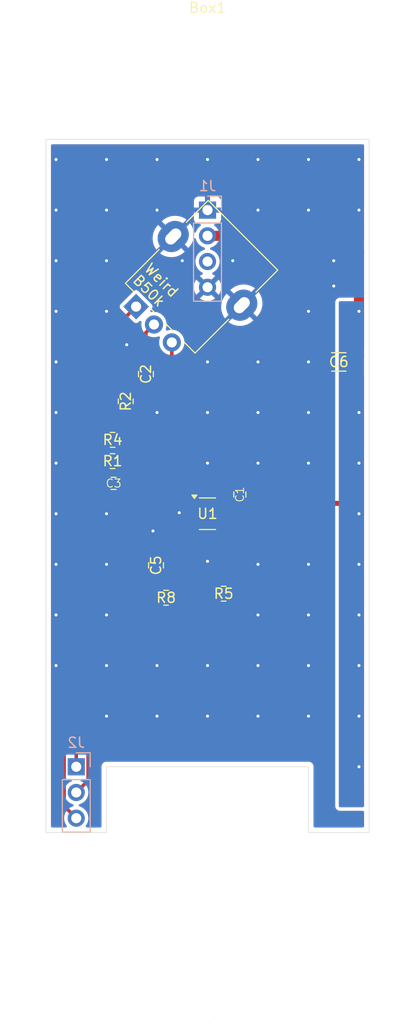
<source format=kicad_pcb>
(kicad_pcb (version 20241229) (generator "pcbnew") (generator_version "9.0")
  (layers (0 "F.Cu" jumper) (2 "B.Cu" signal) (13 "F.Paste" user) (15 "B.Paste" user) (5 "F.SilkS" user "F.Silkscreen") (7 "B.SilkS" user "B.Silkscreen") (1 "F.Mask" user) (3 "B.Mask" user) (25 "Edge.Cuts" user))
  (net 0 "")
  (net 1 "GND")
  (net 2 "Net-(U1-+)")
  (net 3 "Net-(U1--)")
  (net 4 "+V")
  (net 5 "GNDREF")
  (net 6 "IN")
  (net 7 "OUT")
  (net 8 "Net-(C3-Pad1)")
  (net 9 "Net-(R1-Pad2)")
  (net 10 "Net-(R2-Pad1)")
  (net 11 "Net-(C2-Pad1)")
  (footprint "Resistor_SMD:R_0805_2012Metric_Pad1.20x1.40mm_HandSolder" (layer "F.Cu") (at 95.9 108.3 180)
    (property "Reference" "R8" (at 0 0 0) (layer "F.SilkS"))
    (property "Value" "10k")
    (fp_line (start -0.227064 0.735) (end 0.227064 0.735) (stroke (width 0.12)) (layer "F.SilkS"))
    (fp_line (start -0.227064 -0.735) (end 0.227064 -0.735) (stroke (width 0.12)) (layer "F.SilkS"))
    (pad "1" smd roundrect (at -1 0 180) (size 1.2 1.4) (layers "F.Cu" "F.Mask" "F.Paste") (roundrect_rratio 0.208333) (net 3 "Net-(U1--)"))
    (pad "2" smd roundrect (at 1 0 180) (size 1.2 1.4) (layers "F.Cu" "F.Mask" "F.Paste") (roundrect_rratio 0.208333) (net 5 "GNDREF"))
  )
  (footprint "Mylib:1590A" (layer "F.Cu") (at 100 100)
    (property "Reference" "Box1" (at 0 -50 0) (layer "F.SilkS") (effects (font (thickness 0.1))))
    (property "Value" "1590A")
    (fp_line (start 0.05 50.375) (end 0.05 50.375) (stroke (width 0.1)) (layer "F.SilkS"))
  )
  (footprint "Mylib:Potentiometer_9mm_MP" (layer "F.Cu") (at 100 76 -45)
    (property "Reference" "RV1" (hide yes))
    (property "Value" "B50k  Weird")
    (fp_line (start -4.88 6.62) (end -4.88 1.9) (stroke (width 0.12)) (layer "F.SilkS"))
    (fp_line (start -3.689999 6.62) (end -4.87 6.62) (stroke (width 0.12)) (layer "F.SilkS"))
    (fp_line (start -0.79 6.619999) (end -1.319999 6.619999) (stroke (width 0.12)) (layer "F.SilkS"))
    (fp_line (start 1.66 6.620001) (end 0.830001 6.620001) (stroke (width 0.12)) (layer "F.SilkS"))
    (fp_line (start -4.869999 -1.909999) (end -4.869999 -4.97) (stroke (width 0.12)) (layer "F.SilkS"))
    (fp_line (start 4.870001 6.620001) (end 3.38 6.62) (stroke (width 0.12)) (layer "F.SilkS"))
    (fp_line (start 4.870001 6.620001) (end 4.870001 1.900001) (stroke (width 0.12)) (layer "F.SilkS"))
    (fp_line (start 4.87 -1.91) (end 4.869999 -4.97) (stroke (width 0.12)) (layer "F.SilkS"))
    (fp_line (start 4.869999 -4.97) (end -4.869999 -4.97) (stroke (width 0.12)) (layer "F.SilkS"))
    (pad "1" thru_hole rect (at -2.499999 7.499999 315) (size 1.8 1.8) (drill 1) (layers "*.Cu" "*.Mask") (net 9 "Net-(R1-Pad2)"))
    (pad "2" thru_hole circle (at 0 7.5 315) (size 1.8 1.8) (drill 1) (layers "*.Cu" "*.Mask") (net 11 "Net-(C2-Pad1)"))
    (pad "3" thru_hole circle (at 2.5 7.499999 315) (size 1.8 1.8) (drill 1) (layers "*.Cu" "*.Mask") (net 10 "Net-(R2-Pad1)"))
    (pad "MP" thru_hole oval (at -4.800001 0 315) (size 2.72 3.24) (drill oval 1.1 1.8) (layers "*.Cu" "*.Mask") (net 1 "GND"))
    (pad "MP" thru_hole oval (at 4.800001 0 315) (size 2.72 3.24) (drill oval 1.1 1.8) (layers "*.Cu" "*.Mask") (net 1 "GND"))
  )
  (footprint "Mylib:C_0704_1810Metric" (layer "F.Cu") (at 103.2 98.1 90)
    (property "Reference" "C1" (at 0 0 90) (layer "F.SilkS") (effects (font (size 0.8 0.8) (thickness 0.1))))
    (property "Value" "0.1uF")
    (fp_line (start -0.25 -0.6) (end 0.25 -0.6) (stroke (width 0.12)) (layer "F.SilkS"))
    (fp_line (start -0.25 0.6) (end 0.25 0.6) (stroke (width 0.12)) (layer "F.SilkS"))
    (pad "1" smd roundrect (at -0.875 0 90) (size 0.9 1.25) (layers "F.Cu" "F.Mask" "F.Paste") (roundrect_rratio 0.2) (net 4 "+V"))
    (pad "2" smd roundrect (at 0.875 0 90) (size 0.9 1.25) (layers "F.Cu" "F.Mask" "F.Paste") (roundrect_rratio 0.2) (net 1 "GND"))
  )
  (footprint "Mylib:C_0704_1810Metric" (layer "F.Cu") (at 90.7 97)
    (property "Reference" "C3" (at 0 0 0) (layer "F.SilkS") (effects (font (size 0.8 0.8) (thickness 0.1))))
    (property "Value" "0.1uF")
    (fp_line (start -0.25 -0.6) (end 0.25 -0.6) (stroke (width 0.12)) (layer "F.SilkS"))
    (fp_line (start -0.25 0.6) (end 0.25 0.6) (stroke (width 0.12)) (layer "F.SilkS"))
    (pad "1" smd roundrect (at -0.875 0) (size 0.9 1.25) (layers "F.Cu" "F.Mask" "F.Paste") (roundrect_rratio 0.2) (net 8 "Net-(C3-Pad1)"))
    (pad "2" smd roundrect (at 0.875 0) (size 0.9 1.25) (layers "F.Cu" "F.Mask" "F.Paste") (roundrect_rratio 0.2) (net 6 "IN"))
  )
  (footprint "Resistor_SMD:R_0805_2012Metric_Pad1.20x1.40mm_HandSolder" (layer "F.Cu") (at 90.6 94.8)
    (property "Reference" "R1" (at 0 0 0) (layer "F.SilkS"))
    (property "Value" "56k")
    (fp_line (start -0.227064 -0.735) (end 0.227064 -0.735) (stroke (width 0.12)) (layer "F.SilkS"))
    (fp_line (start -0.227064 0.735) (end 0.227064 0.735) (stroke (width 0.12)) (layer "F.SilkS"))
    (pad "1" smd roundrect (at -1 0) (size 1.2 1.4) (layers "F.Cu" "F.Mask" "F.Paste") (roundrect_rratio 0.208333) (net 8 "Net-(C3-Pad1)"))
    (pad "2" smd roundrect (at 1 0) (size 1.2 1.4) (layers "F.Cu" "F.Mask" "F.Paste") (roundrect_rratio 0.208333) (net 9 "Net-(R1-Pad2)"))
  )
  (footprint "Resistor_SMD:R_0805_2012Metric_Pad1.20x1.40mm_HandSolder" (layer "F.Cu") (at 90.6 92.7 180)
    (property "Reference" "R4" (at 0 0 0) (layer "F.SilkS"))
    (property "Value" "470k")
    (fp_line (start -0.227064 0.735) (end 0.227064 0.735) (stroke (width 0.12)) (layer "F.SilkS"))
    (fp_line (start -0.227064 -0.735) (end 0.227064 -0.735) (stroke (width 0.12)) (layer "F.SilkS"))
    (pad "1" smd roundrect (at -1 0 180) (size 1.2 1.4) (layers "F.Cu" "F.Mask" "F.Paste") (roundrect_rratio 0.208333) (net 5 "GNDREF"))
    (pad "2" smd roundrect (at 1 0 180) (size 1.2 1.4) (layers "F.Cu" "F.Mask" "F.Paste") (roundrect_rratio 0.208333) (net 8 "Net-(C3-Pad1)"))
  )
  (footprint "Resistor_SMD:R_0805_2012Metric_Pad1.20x1.40mm_HandSolder" (layer "F.Cu") (at 101.6 107.9 180)
    (property "Reference" "R5" (at 0 0 0) (layer "F.SilkS"))
    (property "Value" "10k")
    (fp_line (start -0.227064 0.735) (end 0.227064 0.735) (stroke (width 0.12)) (layer "F.SilkS"))
    (fp_line (start -0.227064 -0.735) (end 0.227064 -0.735) (stroke (width 0.12)) (layer "F.SilkS"))
    (pad "1" smd roundrect (at -1 0 180) (size 1.2 1.4) (layers "F.Cu" "F.Mask" "F.Paste") (roundrect_rratio 0.208333) (net 7 "OUT"))
    (pad "2" smd roundrect (at 1 0 180) (size 1.2 1.4) (layers "F.Cu" "F.Mask" "F.Paste") (roundrect_rratio 0.208333) (net 3 "Net-(U1--)"))
  )
  (footprint "Resistor_SMD:R_0805_2012Metric_Pad1.20x1.40mm_HandSolder" (layer "F.Cu") (at 91.9 88.9 -90)
    (property "Reference" "R2" (at 0 0 90) (layer "F.SilkS"))
    (property "Value" "4.7k")
    (fp_line (start -0.227064 0.735) (end 0.227064 0.735) (stroke (width 0.12)) (layer "F.SilkS"))
    (fp_line (start -0.227064 -0.735) (end 0.227064 -0.735) (stroke (width 0.12)) (layer "F.SilkS"))
    (pad "1" smd roundrect (at -1 0 270) (size 1.2 1.4) (layers "F.Cu" "F.Mask" "F.Paste") (roundrect_rratio 0.208333) (net 10 "Net-(R2-Pad1)"))
    (pad "2" smd roundrect (at 1 0 270) (size 1.2 1.4) (layers "F.Cu" "F.Mask" "F.Paste") (roundrect_rratio 0.208333) (net 2 "Net-(U1-+)"))
  )
  (footprint "Capacitor_SMD:C_1206_3216Metric_Pad1.33x1.80mm_HandSolder" (layer "F.Cu") (at 113 85 180)
    (property "Reference" "C6" (at 0 0 0) (layer "F.SilkS"))
    (property "Value" "22uF")
    (fp_line (start -0.711252 0.91) (end 0.711252 0.91) (stroke (width 0.12)) (layer "F.SilkS"))
    (fp_line (start -0.711252 -0.91) (end 0.711252 -0.91) (stroke (width 0.12)) (layer "F.SilkS"))
    (pad "1" smd roundrect (at -1.5625 0 180) (size 1.325 1.8) (layers "F.Cu" "F.Mask" "F.Paste") (roundrect_rratio 0.188679) (net 4 "+V"))
    (pad "2" smd roundrect (at 1.5625 0 180) (size 1.325 1.8) (layers "F.Cu" "F.Mask" "F.Paste") (roundrect_rratio 0.188679) (net 1 "GND"))
  )
  (footprint "Package_TO_SOT_SMD:SOT-23-5" (layer "F.Cu") (at 100 100)
    (property "Reference" "U1" (at 0 0 0) (layer "F.SilkS"))
    (property "Value" "OPA1655")
    (fp_line (start 0 -1.56) (end -0.8 -1.56) (stroke (width 0.12)) (layer "F.SilkS"))
    (fp_line (start 0 -1.56) (end 0.8 -1.56) (stroke (width 0.12)) (layer "F.SilkS"))
    (fp_line (start 0 1.56) (end -0.8 1.56) (stroke (width 0.12)) (layer "F.SilkS"))
    (fp_line (start 0 1.56) (end 0.8 1.56) (stroke (width 0.12)) (layer "F.SilkS"))
    (fp_poly (pts (xy -1.3 -1.51) (xy -1.54 -1.84) (xy -1.06 -1.84)) (stroke (width 0.12)) (fill yes) (layer "F.SilkS"))
    (pad "1" smd roundrect (at -1.1375 -0.95) (size 1.325 0.6) (layers "F.Cu" "F.Mask" "F.Paste") (net 7 "OUT"))
    (pad "2" smd roundrect (at -1.1375 0) (size 1.325 0.6) (layers "F.Cu" "F.Mask" "F.Paste") (net 1 "GND"))
    (pad "3" smd roundrect (at -1.1375 0.95) (size 1.325 0.6) (layers "F.Cu" "F.Mask" "F.Paste") (net 2 "Net-(U1-+)"))
    (pad "4" smd roundrect (at 1.1375 0.95) (size 1.325 0.6) (layers "F.Cu" "F.Mask" "F.Paste") (net 3 "Net-(U1--)"))
    (pad "5" smd roundrect (at 1.1375 -0.95) (size 1.325 0.6) (layers "F.Cu" "F.Mask" "F.Paste") (net 4 "+V"))
  )
  (footprint "Capacitor_SMD:C_0805_2012Metric_Pad1.18x1.45mm_HandSolder" (layer "F.Cu") (at 94.9 105.1 -90)
    (property "Reference" "C5" (at 0 0 90) (layer "F.SilkS"))
    (property "Value" "4.7nF")
    (fp_line (start -0.261252 0.735) (end 0.261252 0.735) (stroke (width 0.12)) (layer "F.SilkS"))
    (fp_line (start -0.261252 -0.735) (end 0.261252 -0.735) (stroke (width 0.12)) (layer "F.SilkS"))
    (pad "1" smd roundrect (at -1.0375 0 270) (size 1.175 1.45) (layers "F.Cu" "F.Mask" "F.Paste") (roundrect_rratio 0.212766) (net 2 "Net-(U1-+)"))
    (pad "2" smd roundrect (at 1.0375 0 270) (size 1.175 1.45) (layers "F.Cu" "F.Mask" "F.Paste") (roundrect_rratio 0.212766) (net 5 "GNDREF"))
  )
  (footprint "Capacitor_SMD:C_0805_2012Metric_Pad1.18x1.45mm_HandSolder" (layer "F.Cu") (at 93.9 86.2 -90)
    (property "Reference" "C2" (at 0 0 90) (layer "F.SilkS"))
    (property "Value" "4.7nF")
    (fp_line (start -0.261252 0.735) (end 0.261252 0.735) (stroke (width 0.12)) (layer "F.SilkS"))
    (fp_line (start -0.261252 -0.735) (end 0.261252 -0.735) (stroke (width 0.12)) (layer "F.SilkS"))
    (pad "1" smd roundrect (at -1.0375 0 270) (size 1.175 1.45) (layers "F.Cu" "F.Mask" "F.Paste") (roundrect_rratio 0.212766) (net 11 "Net-(C2-Pad1)"))
    (pad "2" smd roundrect (at 1.0375 0 270) (size 1.175 1.45) (layers "F.Cu" "F.Mask" "F.Paste") (roundrect_rratio 0.212766) (net 7 "OUT"))
  )
  (footprint "Connector_PinHeader_2.54mm:PinHeader_1x04_P2.54mm_Vertical" (layer "B.Cu") (at 100 70 180)
    (property "Reference" "J1" (at 0 2.38 0) (layer "B.SilkS") (effects (justify mirror)))
    (property "Value" "Conn_01x04_Pin")
    (fp_line (start 1.38 -1.27) (end 1.38 -9) (stroke (width 0.12)) (layer "B.SilkS"))
    (fp_line (start -1.38 1.38) (end 0 1.38) (stroke (width 0.12)) (layer "B.SilkS"))
    (fp_line (start -1.38 0) (end -1.38 1.38) (stroke (width 0.12)) (layer "B.SilkS"))
    (fp_line (start -1.38 -1.27) (end 1.38 -1.27) (stroke (width 0.12)) (layer "B.SilkS"))
    (fp_line (start -1.38 -1.27) (end -1.38 -9) (stroke (width 0.12)) (layer "B.SilkS"))
    (fp_line (start -1.38 -9) (end 1.38 -9) (stroke (width 0.12)) (layer "B.SilkS"))
    (pad "1" thru_hole rect (at 0 0 180) (size 1.7 1.7) (drill 1) (layers "*.Cu" "*.Mask") (net 1 "GND"))
    (pad "2" thru_hole circle (at 0 -2.54 180) (size 1.7 1.7) (drill 1) (layers "*.Cu" "*.Mask") (net 4 "+V"))
    (pad "3" thru_hole circle (at 0 -5.08 180) (size 1.7 1.7) (drill 1) (layers "*.Cu" "*.Mask"))
    (pad "4" thru_hole circle (at 0 -7.62 180) (size 1.7 1.7) (drill 1) (layers "*.Cu" "*.Mask") (net 1 "GND"))
  )
  (footprint "Connector_PinHeader_2.54mm:PinHeader_1x03_P2.54mm_Vertical" (layer "B.Cu") (at 87 125 180)
    (property "Reference" "J2" (at 0 2.38 0) (layer "B.SilkS") (effects (justify mirror)))
    (property "Value" "Conn_01x03_Pin")
    (fp_line (start 1.38 -1.27) (end 1.38 -6.46) (stroke (width 0.12)) (layer "B.SilkS"))
    (fp_line (start -1.38 1.38) (end 0 1.38) (stroke (width 0.12)) (layer "B.SilkS"))
    (fp_line (start -1.38 0) (end -1.38 1.38) (stroke (width 0.12)) (layer "B.SilkS"))
    (fp_line (start -1.38 -1.27) (end 1.38 -1.27) (stroke (width 0.12)) (layer "B.SilkS"))
    (fp_line (start -1.38 -1.27) (end -1.38 -6.46) (stroke (width 0.12)) (layer "B.SilkS"))
    (fp_line (start -1.38 -6.46) (end 1.38 -6.46) (stroke (width 0.12)) (layer "B.SilkS"))
    (pad "1" thru_hole rect (at 0 0 180) (size 1.7 1.7) (drill 1) (layers "*.Cu" "*.Mask") (net 5 "GNDREF"))
    (pad "2" thru_hole circle (at 0 -2.54 180) (size 1.7 1.7) (drill 1) (layers "*.Cu" "*.Mask") (net 7 "OUT"))
    (pad "3" thru_hole circle (at 0 -5.08 180) (size 1.7 1.7) (drill 1) (layers "*.Cu" "*.Mask") (net 6 "IN"))
  )
  (gr_line (start 116 131.5) (end 116 63) (stroke (width 0.05)) (layer "Edge.Cuts"))
  (gr_line (start 84 131.5) (end 90 131.5) (stroke (width 0.05)) (layer "Edge.Cuts"))
  (gr_line (start 116 63) (end 84 63) (stroke (width 0.05)) (layer "Edge.Cuts"))
  (gr_line (start 90 125) (end 110 125) (stroke (width 0.05)) (layer "Edge.Cuts"))
  (gr_line (start 110 131.5) (end 116 131.5) (stroke (width 0.05)) (layer "Edge.Cuts"))
  (gr_line (start 90 131.5) (end 90 125) (stroke (width 0.05)) (layer "Edge.Cuts"))
  (gr_line (start 84 63) (end 84 131.5) (stroke (width 0.05)) (layer "Edge.Cuts"))
  (gr_line (start 110 125) (end 110 131.5) (stroke (width 0.05)) (layer "Edge.Cuts"))
  (gr_text "Weird\nB50k" (at 92.4 77 315) (layer "F.SilkS") (effects (font (size 1 1)) (justify left bottom)))
  (segment (start 97.3 100) (end 97.2 99.9) (width 0.5) (layer "F.Cu") (net 1))
  (segment (start 100 100.493612) (end 100 104.7) (width 0.5) (layer "F.Cu") (net 1))
  (segment (start 98.8625 100) (end 99.506388 100) (width 0.5) (layer "F.Cu") (net 1))
  (segment (start 98.8625 100) (end 97.3 100) (width 0.5) (layer "F.Cu") (net 1))
  (segment (start 99.506388 100) (end 100 100.493612) (width 0.5) (layer "F.Cu") (net 1))
  (via (at 90 100) (size 0.6) (drill 0.3) (layers "F.Cu" "B.Cu") (net 1))
  (via (at 102.5 75) (size 0.6) (drill 0.3) (layers "F.Cu" "B.Cu") (net 1))
  (via (at 97.2 99.9) (size 0.6) (drill 0.3) (layers "F.Cu" "B.Cu") (net 1))
  (via (at 105 95) (size 0.6) (drill 0.3) (layers "F.Cu" "B.Cu") (net 1))
  (via (at 115 70) (size 0.6) (drill 0.3) (layers "F.Cu" "B.Cu") (net 1))
  (via (at 85 95) (size 0.6) (drill 0.3) (layers "F.Cu" "B.Cu") (net 1))
  (via (at 92 83.3) (size 0.6) (drill 0.3) (layers "F.Cu" "B.Cu") (net 1))
  (via (at 90 105) (size 0.6) (drill 0.3) (layers "F.Cu" "B.Cu") (net 1))
  (via (at 110 95) (size 0.6) (drill 0.3) (layers "F.Cu" "B.Cu") (net 1))
  (via (at 85 85) (size 0.6) (drill 0.3) (layers "F.Cu" "B.Cu") (net 1))
  (via (at 90 70) (size 0.6) (drill 0.3) (layers "F.Cu" "B.Cu") (net 1))
  (via (at 110 65) (size 0.6) (drill 0.3) (layers "F.Cu" "B.Cu") (net 1))
  (via (at 85 105) (size 0.6) (drill 0.3) (layers "F.Cu" "B.Cu") (net 1))
  (via (at 105 115) (size 0.6) (drill 0.3) (layers "F.Cu" "B.Cu") (net 1))
  (via (at 100 104.7) (size 0.6) (drill 0.3) (layers "F.Cu" "B.Cu") (net 1))
  (via (at 100 115) (size 0.6) (drill 0.3) (layers "F.Cu" "B.Cu") (net 1))
  (via (at 90 80) (size 0.6) (drill 0.3) (layers "F.Cu" "B.Cu") (net 1))
  (via (at 110 120) (size 0.6) (drill 0.3) (layers "F.Cu" "B.Cu") (net 1))
  (via (at 85 110) (size 0.6) (drill 0.3) (layers "F.Cu" "B.Cu") (net 1))
  (via (at 110 115) (size 0.6) (drill 0.3) (layers "F.Cu" "B.Cu") (net 1))
  (via (at 100 95) (size 0.6) (drill 0.3) (layers "F.Cu" "B.Cu") (net 1))
  (via (at 105 85) (size 0.6) (drill 0.3) (layers "F.Cu" "B.Cu") (net 1))
  (via (at 115 65) (size 0.6) (drill 0.3) (layers "F.Cu" "B.Cu") (net 1))
  (via (at 110 85) (size 0.6) (drill 0.3) (layers "F.Cu" "B.Cu") (net 1))
  (via (at 100 85) (size 0.6) (drill 0.3) (layers "F.Cu" "B.Cu") (net 1))
  (via (at 110 110) (size 0.6) (drill 0.3) (layers "F.Cu" "B.Cu") (net 1))
  (via (at 95 115) (size 0.6) (drill 0.3) (layers "F.Cu" "B.Cu") (net 1))
  (via (at 95 70) (size 0.6) (drill 0.3) (layers "F.Cu" "B.Cu") (net 1))
  (via (at 100 120) (size 0.6) (drill 0.3) (layers "F.Cu" "B.Cu") (net 1))
  (via (at 105 90) (size 0.6) (drill 0.3) (layers "F.Cu" "B.Cu") (net 1))
  (via (at 110 105) (size 0.6) (drill 0.3) (layers "F.Cu" "B.Cu") (net 1))
  (via (at 112.5 77.5) (size 0.6) (drill 0.3) (layers "F.Cu" "B.Cu") (net 1))
  (via (at 97.5 75) (size 0.6) (drill 0.3) (layers "F.Cu" "B.Cu") (net 1))
  (via (at 100 65) (size 0.6) (drill 0.3) (layers "F.Cu" "B.Cu") (net 1))
  (via (at 105 120) (size 0.6) (drill 0.3) (layers "F.Cu" "B.Cu") (net 1))
  (via (at 90 65) (size 0.6) (drill 0.3) (layers "F.Cu" "B.Cu") (net 1))
  (via (at 110 90) (size 0.6) (drill 0.3) (layers "F.Cu" "B.Cu") (net 1))
  (via (at 105 110) (size 0.6) (drill 0.3) (layers "F.Cu" "B.Cu") (net 1))
  (via (at 85 70) (size 0.6) (drill 0.3) (layers "F.Cu" "B.Cu") (net 1))
  (via (at 95 90) (size 0.6) (drill 0.3) (layers "F.Cu" "B.Cu") (net 1))
  (via (at 95 120) (size 0.6) (drill 0.3) (layers "F.Cu" "B.Cu") (net 1))
  (via (at 90 115) (size 0.6) (drill 0.3) (layers "F.Cu" "B.Cu") (net 1))
  (via (at 105 105) (size 0.6) (drill 0.3) (layers "F.Cu" "B.Cu") (net 1))
  (via (at 110 70) (size 0.6) (drill 0.3) (layers "F.Cu" "B.Cu") (net 1))
  (via (at 112.5 75) (size 0.6) (drill 0.3) (layers "F.Cu" "B.Cu") (net 1))
  (via (at 90 110) (size 0.6) (drill 0.3) (layers "F.Cu" "B.Cu") (net 1))
  (via (at 90 75) (size 0.6) (drill 0.3) (layers "F.Cu" "B.Cu") (net 1))
  (via (at 105 65) (size 0.6) (drill 0.3) (layers "F.Cu" "B.Cu") (net 1))
  (via (at 105 70) (size 0.6) (drill 0.3) (layers "F.Cu" "B.Cu") (net 1))
  (via (at 100 90) (size 0.6) (drill 0.3) (layers "F.Cu" "B.Cu") (net 1))
  (via (at 85 80) (size 0.6) (drill 0.3) (layers "F.Cu" "B.Cu") (net 1))
  (via (at 85 100) (size 0.6) (drill 0.3) (layers "F.Cu" "B.Cu") (net 1))
  (via (at 85 65) (size 0.6) (drill 0.3) (layers "F.Cu" "B.Cu") (net 1))
  (via (at 85 115) (size 0.6) (drill 0.3) (layers "F.Cu" "B.Cu") (net 1))
  (via (at 94.6 101.7) (size 0.6) (drill 0.3) (layers "F.Cu" "B.Cu") (net 1))
  (via (at 95 65) (size 0.6) (drill 0.3) (layers "F.Cu" "B.Cu") (net 1))
  (via (at 90 120) (size 0.6) (drill 0.3) (layers "F.Cu" "B.Cu") (net 1))
  (via (at 85 75) (size 0.6) (drill 0.3) (layers "F.Cu" "B.Cu") (net 1))
  (via (at 110 80) (size 0.6) (drill 0.3) (layers "F.Cu" "B.Cu") (net 1))
  (via (at 85 90) (size 0.6) (drill 0.3) (layers "F.Cu" "B.Cu") (net 1))
  (segment (start 93.027 91.027) (end 93.027 97.627) (width 0.35) (layer "F.Cu") (net 2))
  (segment (start 94.9 104.0625) (end 95.75 104.0625) (width 0.35) (layer "F.Cu") (net 2))
  (segment (start 93.027 97.627) (end 96.35 100.95) (width 0.35) (layer "F.Cu") (net 2))
  (segment (start 95.75 104.0625) (end 98.8625 100.95) (width 0.35) (layer "F.Cu") (net 2))
  (segment (start 96.35 100.95) (end 98.8625 100.95) (width 0.35) (layer "F.Cu") (net 2))
  (segment (start 91.9 89.9) (end 93.027 91.027) (width 0.35) (layer "F.Cu") (net 2))
  (segment (start 100 108.3) (end 96.9 108.3) (width 0.35) (layer "F.Cu") (net 3))
  (segment (start 100 108.3) (end 101.1375 107.1625) (width 0.35) (layer "F.Cu") (net 3))
  (segment (start 101.1375 107.1625) (end 101.1375 100.95) (width 0.35) (layer "F.Cu") (net 3))
  (segment (start 101.1375 99.05) (end 103.125 99.05) (width 0.5) (layer "F.Cu") (net 4))
  (segment (start 113.975 98.975) (end 115 100) (width 0.5) (layer "F.Cu") (net 4))
  (segment (start 103.2 98.975) (end 113.975 98.975) (width 0.5) (layer "F.Cu") (net 4))
  (segment (start 100 72.54) (end 113.54 72.54) (width 1) (layer "F.Cu") (net 4))
  (segment (start 115 74) (end 115 80) (width 1) (layer "F.Cu") (net 4))
  (segment (start 103.125 99.05) (end 103.2 98.975) (width 0.5) (layer "F.Cu") (net 4))
  (segment (start 115 80) (end 115 84.5625) (width 1) (layer "F.Cu") (net 4))
  (segment (start 113.54 72.54) (end 115 74) (width 1) (layer "F.Cu") (net 4))
  (segment (start 115 84.5625) (end 114.5625 85) (width 1) (layer "F.Cu") (net 4))
  (via (at 115 100) (size 0.6) (drill 0.3) (layers "F.Cu" "B.Cu") (net 4))
  (via (at 115 125) (size 0.6) (drill 0.3) (layers "F.Cu" "B.Cu") (net 4))
  (via (at 115 120) (size 0.6) (drill 0.3) (layers "F.Cu" "B.Cu") (net 4))
  (via (at 115 95) (size 0.6) (drill 0.3) (layers "F.Cu" "B.Cu") (net 4))
  (via (at 115 105) (size 0.6) (drill 0.3) (layers "F.Cu" "B.Cu") (net 4))
  (via (at 115 90) (size 0.6) (drill 0.3) (layers "F.Cu" "B.Cu") (net 4))
  (via (at 115 80) (size 0.6) (drill 0.3) (layers "F.Cu" "B.Cu") (net 4))
  (via (at 115 110) (size 0.6) (drill 0.3) (layers "F.Cu" "B.Cu") (net 4))
  (via (at 115 115) (size 0.6) (drill 0.3) (layers "F.Cu" "B.Cu") (net 4))
  (segment (start 92.526 110.474) (end 94.7 108.3) (width 0.35) (layer "F.Cu") (net 5))
  (segment (start 92.526 110.48252) (end 92.526 93.626) (width 0.35) (layer "F.Cu") (net 5))
  (segment (start 87 116.00852) (end 92.526 110.48252) (width 0.35) (layer "F.Cu") (net 5))
  (segment (start 94.9 106.1375) (end 94.9 108.3) (width 0.35) (layer "F.Cu") (net 5))
  (segment (start 87 125) (end 87 116.00852) (width 0.35) (layer "F.Cu") (net 5))
  (segment (start 92.526 93.626) (end 91.6 92.7) (width 0.35) (layer "F.Cu") (net 5))
  (segment (start 94.7 108.3) (end 94.9 108.3) (width 0.35) (layer "F.Cu") (net 5))
  (segment (start 92.526 110.48252) (end 92.526 110.474) (width 0.35) (layer "F.Cu") (net 5))
  (segment (start 85.8 128.88) (end 87 130.08) (width 0.35) (layer "F.Cu") (net 6))
  (segment (start 91.575 97) (end 92.025 97.45) (width 0.35) (layer "F.Cu") (net 6))
  (segment (start 92.025 110.275) (end 85.8 116.5) (width 0.35) (layer "F.Cu") (net 6))
  (segment (start 85.8 116.5) (end 85.8 128.88) (width 0.35) (layer "F.Cu") (net 6))
  (segment (start 92.025 97.45) (end 92.025 110.275) (width 0.35) (layer "F.Cu") (net 6))
  (segment (start 93.027 110.68152) (end 93.027 110.690041) (width 0.35) (layer "F.Cu") (net 7))
  (segment (start 88.176 115.54104) (end 88.176 126.364) (width 0.35) (layer "F.Cu") (net 7))
  (segment (start 101.174 109.326) (end 95.495514 109.326) (width 0.35) (layer "F.Cu") (net 7))
  (segment (start 100.150999 99.676) (end 101.203322 99.676) (width 0.35) (layer "F.Cu") (net 7))
  (segment (start 98.8625 99.05) (end 99.524999 99.05) (width 0.35) (layer "F.Cu") (net 7))
  (segment (start 99.524999 99.05) (end 100.150999 99.676) (width 0.35) (layer "F.Cu") (net 7))
  (segment (start 88.176 126.364) (end 87 127.54) (width 0.35) (layer "F.Cu") (net 7))
  (segment (start 93.9 94.0875) (end 98.8625 99.05) (width 0.35) (layer "F.Cu") (net 7))
  (segment (start 93.027 110.690041) (end 88.176 115.54104) (width 0.35) (layer "F.Cu") (net 7))
  (segment (start 95.495514 109.326) (end 94.38252 109.326) (width 0.35) (layer "F.Cu") (net 7))
  (segment (start 102.6 101.072678) (end 102.6 107.9) (width 0.35) (layer "F.Cu") (net 7))
  (segment (start 101.203322 99.676) (end 102.6 101.072678) (width 0.35) (layer "F.Cu") (net 7))
  (segment (start 102.6 107.9) (end 101.174 109.326) (width 0.35) (layer "F.Cu") (net 7))
  (segment (start 93.9 87.2375) (end 93.9 94.0875) (width 0.35) (layer "F.Cu") (net 7))
  (segment (start 94.38252 109.326) (end 93.027 110.68152) (width 0.35) (layer "F.Cu") (net 7))
  (segment (start 89.6 92.7) (end 89.6 94.8) (width 0.35) (layer "F.Cu") (net 8))
  (segment (start 89.825 95.025) (end 89.6 94.8) (width 0.35) (layer "F.Cu") (net 8))
  (segment (start 89.825 97) (end 89.825 95.025) (width 0.35) (layer "F.Cu") (net 8))
  (segment (start 90.526 93.726) (end 90.526 81.938468) (width 0.35) (layer "F.Cu") (net 9))
  (segment (start 91.6 94.8) (end 90.526 93.726) (width 0.35) (layer "F.Cu") (net 9))
  (segment (start 90.526 81.938468) (end 92.928934 79.535534) (width 0.35) (layer "F.Cu") (net 9))
  (segment (start 91.9 87.3) (end 91.9 87.9) (width 0.35) (layer "F.Cu") (net 10))
  (segment (start 94.484326 86.324) (end 92.876 86.324) (width 0.35) (layer "F.Cu") (net 10))
  (segment (start 96.464467 84.343859) (end 94.484326 86.324) (width 0.35) (layer "F.Cu") (net 10))
  (segment (start 96.464467 83.071067) (end 96.464467 84.343859) (width 0.35) (layer "F.Cu") (net 10))
  (segment (start 92.876 86.324) (end 91.9 87.3) (width 0.35) (layer "F.Cu") (net 10))
  (segment (start 93.9 82.1) (end 94.696699 81.303301) (width 0.35) (layer "F.Cu") (net 11))
  (segment (start 93.9 85.1625) (end 93.9 82.1) (width 0.35) (layer "F.Cu") (net 11))
  (zone (net 1) (net_name "GND") (layers "F.Cu" "B.Cu") (connect_pads (clearance 0.35)) (min_thickness 0.25) (fill yes (thermal_gap 0.5) (thermal_bridge_width 0.5) (smoothing chamfer) (radius 1))
    (polygon (pts (xy 80 54) (xy 120 54) (xy 120 140) (xy 100 140) (xy 100 132) (xy 80 132)))
  )
  (zone (net 4) (net_name "+V") (layers "F.Cu" "B.Cu") (priority 2) (connect_pads (clearance 0.35)) (min_thickness 0.25) (fill yes (thermal_gap 0.5) (thermal_bridge_width 0.5))
    (polygon (pts (xy 113 79) (xy 116 79) (xy 116 129) (xy 113 129)))
  )
)
</source>
